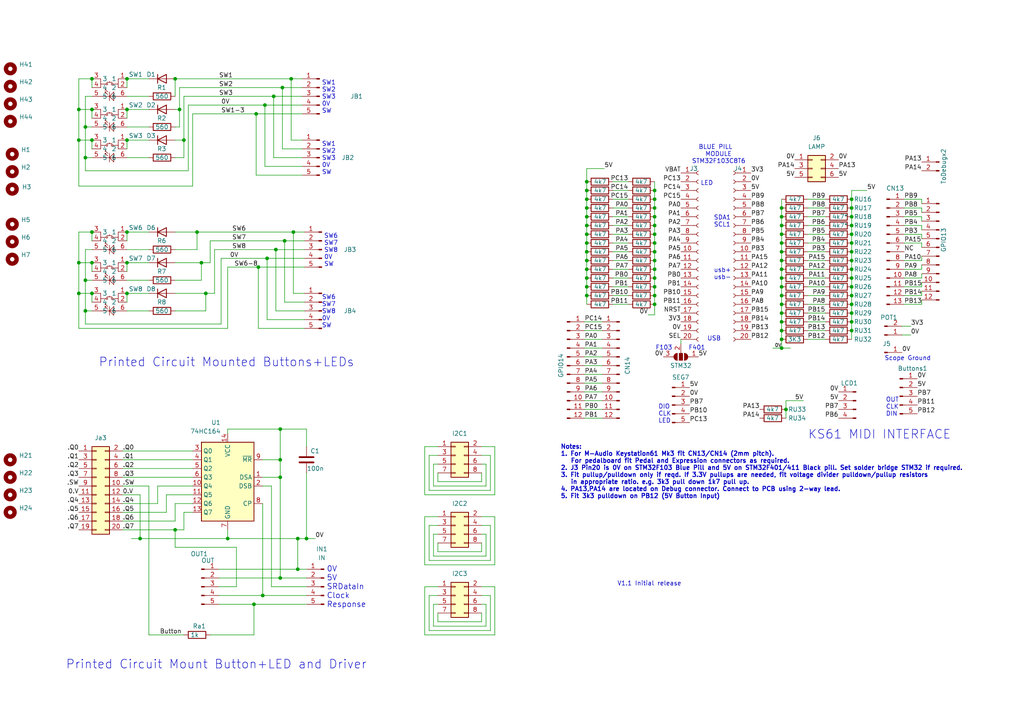
<source format=kicad_sch>
(kicad_sch (version 20211123) (generator eeschema)
  (paper "A4")
  (junction (at 170.18 67.945))
  (junction (at 50.8 153.67))
  (junction (at 247.015 83.185))
  (junction (at 81.28 167.64))
  (junction (at 189.865 55.245))
  (junction (at 226.695 90.805))
  (junction (at 189.865 75.565))
  (junction (at 170.18 57.785))
  (junction (at 170.18 55.245))
  (junction (at 226.695 100.965))
  (junction (at 79.375 27.94))
  (junction (at 86.36 165.1))
  (junction (at 36.83 85.09))
  (junction (at 189.865 67.945))
  (junction (at 81.28 138.43))
  (junction (at 26.67 67.31))
  (junction (at 59.69 85.09))
  (junction (at 26.67 40.64))
  (junction (at 88.9 156.21))
  (junction (at 227.965 118.745))
  (junction (at 247.015 70.485))
  (junction (at 226.695 62.865))
  (junction (at 189.865 83.185))
  (junction (at 26.67 85.09))
  (junction (at 36.83 76.2))
  (junction (at 81.915 25.4))
  (junction (at 170.18 75.565))
  (junction (at 170.18 83.185))
  (junction (at 226.695 80.645))
  (junction (at 247.015 75.565))
  (junction (at 170.18 78.105))
  (junction (at 226.695 67.945))
  (junction (at 24.765 90.17))
  (junction (at 226.695 60.325))
  (junction (at 76.2 172.72))
  (junction (at 84.455 22.86))
  (junction (at 247.015 78.105))
  (junction (at 226.695 75.565))
  (junction (at 189.865 62.865))
  (junction (at 247.015 65.405))
  (junction (at 247.015 90.805))
  (junction (at 247.015 93.345))
  (junction (at 52.07 31.75))
  (junction (at 26.67 31.75))
  (junction (at 189.865 78.105))
  (junction (at 26.67 76.2))
  (junction (at 22.86 40.64))
  (junction (at 22.86 85.09))
  (junction (at 189.865 80.645))
  (junction (at 247.015 57.785))
  (junction (at 66.04 156.21))
  (junction (at 40.64 156.21))
  (junction (at 74.295 33.02))
  (junction (at 189.865 88.265))
  (junction (at 24.765 36.83))
  (junction (at 226.695 95.885))
  (junction (at 77.47 74.93))
  (junction (at 73.66 175.26))
  (junction (at 81.28 133.35))
  (junction (at 24.765 45.72))
  (junction (at 247.015 95.885))
  (junction (at 189.865 65.405))
  (junction (at 57.15 67.31))
  (junction (at 74.93 77.47))
  (junction (at 80.01 72.39))
  (junction (at 36.83 40.64))
  (junction (at 226.695 65.405))
  (junction (at 189.865 60.325))
  (junction (at 36.83 67.31))
  (junction (at 170.18 60.325))
  (junction (at 226.695 83.185))
  (junction (at 76.835 30.48))
  (junction (at 226.695 70.485))
  (junction (at 170.18 85.725))
  (junction (at 247.015 67.945))
  (junction (at 189.865 73.025))
  (junction (at 170.18 73.025))
  (junction (at 247.015 85.725))
  (junction (at 36.83 31.75))
  (junction (at 36.83 22.86))
  (junction (at 85.09 67.31))
  (junction (at 170.18 52.705))
  (junction (at 226.695 85.725))
  (junction (at 247.015 62.865))
  (junction (at 189.865 70.485))
  (junction (at 170.18 80.645))
  (junction (at 81.28 124.46))
  (junction (at 247.015 60.325))
  (junction (at 50.8 22.86))
  (junction (at 226.695 88.265))
  (junction (at 58.42 76.2))
  (junction (at 170.18 65.405))
  (junction (at 53.34 40.64))
  (junction (at 189.865 57.785))
  (junction (at 86.36 156.21))
  (junction (at 247.015 80.645))
  (junction (at 247.015 73.025))
  (junction (at 226.695 93.345))
  (junction (at 189.865 85.725))
  (junction (at 226.695 73.025))
  (junction (at 170.18 70.485))
  (junction (at 82.55 69.85))
  (junction (at 226.695 98.425))
  (junction (at 24.765 81.28))
  (junction (at 26.67 22.86))
  (junction (at 22.86 76.2))
  (junction (at 226.695 78.105))
  (junction (at 22.86 31.75))
  (junction (at 247.015 88.265))
  (junction (at 170.18 62.865))
  (wire (pts (xy 247.015 65.405) (xy 247.015 67.945)))
  (wire (pts (xy 123.19 184.15) (xy 143.51 184.15)))
  (wire (pts (xy 88.265 92.71) (xy 77.47 92.71)))
  (wire (pts (xy 127 134.62) (xy 125.73 134.62)))
  (wire (pts (xy 182.245 55.245) (xy 177.8 55.245)))
  (wire (pts (xy 87.63 43.18) (xy 81.915 43.18)))
  (wire (pts (xy 63.5 172.72) (xy 76.2 172.72)))
  (wire (pts (xy 36.83 36.83) (xy 43.18 36.83)))
  (wire (pts (xy 247.015 93.345) (xy 247.015 95.885)))
  (wire (pts (xy 124.46 182.88) (xy 142.24 182.88)))
  (wire (pts (xy 24.765 81.28) (xy 26.67 81.28)))
  (wire (pts (xy 52.07 25.4) (xy 81.915 25.4)))
  (wire (pts (xy 68.58 158.75) (xy 68.58 170.18)))
  (wire (pts (xy 36.83 81.28) (xy 43.18 81.28)))
  (wire (pts (xy 22.86 76.2) (xy 26.67 76.2)))
  (wire (pts (xy 267.335 83.185) (xy 267.335 81.915)))
  (wire (pts (xy 262.255 78.105) (xy 267.335 78.105)))
  (wire (pts (xy 55.88 33.02) (xy 55.88 53.975)))
  (wire (pts (xy 22.86 85.09) (xy 26.67 85.09)))
  (wire (pts (xy 66.04 125.73) (xy 66.04 124.46)))
  (wire (pts (xy 81.915 25.4) (xy 81.915 43.18)))
  (wire (pts (xy 234.315 90.805) (xy 239.395 90.805)))
  (wire (pts (xy 54.61 30.48) (xy 54.61 49.53)))
  (wire (pts (xy 76.2 140.97) (xy 78.74 140.97)))
  (wire (pts (xy 142.24 152.4) (xy 139.7 152.4)))
  (wire (pts (xy 233.045 116.205) (xy 227.965 116.205)))
  (wire (pts (xy 226.695 83.185) (xy 226.695 85.725)))
  (wire (pts (xy 170.18 60.325) (xy 170.18 62.865)))
  (wire (pts (xy 247.015 62.865) (xy 247.015 65.405)))
  (wire (pts (xy 55.88 146.05) (xy 50.8 146.05)))
  (wire (pts (xy 124.46 132.08) (xy 124.46 142.24)))
  (wire (pts (xy 86.36 165.1) (xy 88.9 165.1)))
  (wire (pts (xy 261.62 97.155) (xy 264.16 97.155)))
  (wire (pts (xy 226.695 85.725) (xy 226.695 88.265)))
  (wire (pts (xy 26.67 22.86) (xy 26.67 25.4)))
  (wire (pts (xy 247.015 57.785) (xy 247.015 60.325)))
  (wire (pts (xy 125.73 134.62) (xy 125.73 140.97)))
  (wire (pts (xy 247.015 60.325) (xy 247.015 62.865)))
  (wire (pts (xy 140.97 140.97) (xy 140.97 134.62)))
  (wire (pts (xy 35.56 130.81) (xy 55.88 130.81)))
  (wire (pts (xy 54.61 30.48) (xy 76.835 30.48)))
  (wire (pts (xy 139.7 139.7) (xy 139.7 137.16)))
  (wire (pts (xy 170.18 65.405) (xy 170.18 67.945)))
  (wire (pts (xy 66.04 77.47) (xy 74.93 77.47)))
  (wire (pts (xy 62.23 85.09) (xy 62.23 72.39)))
  (wire (pts (xy 35.56 138.43) (xy 55.88 138.43)))
  (wire (pts (xy 50.8 31.75) (xy 52.07 31.75)))
  (wire (pts (xy 262.255 62.865) (xy 267.335 62.865)))
  (wire (pts (xy 36.83 27.94) (xy 43.18 27.94)))
  (wire (pts (xy 234.315 73.025) (xy 239.395 73.025)))
  (wire (pts (xy 36.83 31.75) (xy 43.18 31.75)))
  (wire (pts (xy 27.305 31.75) (xy 26.67 31.75)))
  (wire (pts (xy 262.255 60.325) (xy 267.335 60.325)))
  (wire (pts (xy 226.695 100.965) (xy 229.235 100.965)))
  (wire (pts (xy 74.93 95.25) (xy 74.93 77.47)))
  (wire (pts (xy 227.965 116.205) (xy 227.965 118.745)))
  (wire (pts (xy 123.19 129.54) (xy 123.19 143.51)))
  (wire (pts (xy 36.83 76.2) (xy 43.18 76.2)))
  (wire (pts (xy 226.695 95.885) (xy 226.695 98.425)))
  (wire (pts (xy 139.7 160.02) (xy 139.7 157.48)))
  (wire (pts (xy 169.545 100.965) (xy 174.625 100.965)))
  (wire (pts (xy 234.315 78.105) (xy 239.395 78.105)))
  (wire (pts (xy 182.245 62.865) (xy 177.8 62.865)))
  (wire (pts (xy 140.97 161.29) (xy 140.97 154.94)))
  (wire (pts (xy 189.865 75.565) (xy 189.865 78.105)))
  (wire (pts (xy 262.255 85.725) (xy 267.335 85.725)))
  (wire (pts (xy 74.295 33.02) (xy 87.63 33.02)))
  (wire (pts (xy 22.86 53.975) (xy 22.86 40.64)))
  (wire (pts (xy 189.865 65.405) (xy 189.865 67.945)))
  (wire (pts (xy 226.695 73.025) (xy 226.695 75.565)))
  (wire (pts (xy 189.865 73.025) (xy 189.865 75.565)))
  (wire (pts (xy 226.695 65.405) (xy 226.695 67.945)))
  (wire (pts (xy 262.255 67.945) (xy 267.335 67.945)))
  (wire (pts (xy 142.24 182.88) (xy 142.24 172.72)))
  (wire (pts (xy 127 149.86) (xy 123.19 149.86)))
  (wire (pts (xy 40.64 156.21) (xy 38.1 156.21)))
  (wire (pts (xy 60.96 69.85) (xy 60.96 76.2)))
  (wire (pts (xy 76.2 172.72) (xy 88.9 172.72)))
  (wire (pts (xy 234.315 93.345) (xy 239.395 93.345)))
  (wire (pts (xy 52.07 25.4) (xy 52.07 31.75)))
  (wire (pts (xy 143.51 143.51) (xy 143.51 129.54)))
  (wire (pts (xy 22.86 31.75) (xy 22.86 40.64)))
  (wire (pts (xy 182.245 70.485) (xy 177.8 70.485)))
  (wire (pts (xy 35.56 146.05) (xy 45.72 146.05)))
  (wire (pts (xy 247.015 67.945) (xy 247.015 70.485)))
  (wire (pts (xy 169.545 111.125) (xy 174.625 111.125)))
  (wire (pts (xy 24.765 90.17) (xy 24.765 93.98)))
  (wire (pts (xy 88.265 90.17) (xy 80.01 90.17)))
  (wire (pts (xy 81.28 133.35) (xy 81.28 138.43)))
  (wire (pts (xy 124.46 162.56) (xy 142.24 162.56)))
  (wire (pts (xy 226.695 98.425) (xy 226.695 100.965)))
  (wire (pts (xy 189.865 60.325) (xy 189.865 62.865)))
  (wire (pts (xy 58.42 76.2) (xy 60.96 76.2)))
  (wire (pts (xy 35.56 140.97) (xy 43.18 140.97)))
  (wire (pts (xy 140.97 134.62) (xy 139.7 134.62)))
  (wire (pts (xy 182.245 57.785) (xy 177.8 57.785)))
  (wire (pts (xy 189.865 85.725) (xy 189.865 88.265)))
  (wire (pts (xy 267.335 60.325) (xy 267.335 61.595)))
  (wire (pts (xy 50.8 76.2) (xy 58.42 76.2)))
  (wire (pts (xy 64.135 74.93) (xy 64.135 93.98)))
  (wire (pts (xy 81.915 25.4) (xy 87.63 25.4)))
  (wire (pts (xy 170.18 78.105) (xy 170.18 80.645)))
  (wire (pts (xy 267.335 88.265) (xy 267.335 86.995)))
  (wire (pts (xy 50.8 90.17) (xy 59.69 90.17)))
  (wire (pts (xy 127 180.34) (xy 139.7 180.34)))
  (wire (pts (xy 169.545 118.745) (xy 174.625 118.745)))
  (wire (pts (xy 234.315 80.645) (xy 239.395 80.645)))
  (wire (pts (xy 182.245 67.945) (xy 177.8 67.945)))
  (wire (pts (xy 125.73 140.97) (xy 140.97 140.97)))
  (wire (pts (xy 142.24 162.56) (xy 142.24 152.4)))
  (wire (pts (xy 234.315 62.865) (xy 239.395 62.865)))
  (wire (pts (xy 36.83 90.17) (xy 43.18 90.17)))
  (wire (pts (xy 50.8 153.67) (xy 50.8 158.75)))
  (wire (pts (xy 267.335 67.945) (xy 267.335 69.215)))
  (wire (pts (xy 86.36 156.21) (xy 66.04 156.21)))
  (wire (pts (xy 226.695 62.865) (xy 226.695 65.405)))
  (wire (pts (xy 226.695 60.325) (xy 226.695 62.865)))
  (wire (pts (xy 234.315 57.785) (xy 239.395 57.785)))
  (wire (pts (xy 127 152.4) (xy 124.46 152.4)))
  (wire (pts (xy 234.315 85.725) (xy 239.395 85.725)))
  (wire (pts (xy 36.83 76.2) (xy 36.83 78.74)))
  (wire (pts (xy 22.86 95.25) (xy 66.04 95.25)))
  (wire (pts (xy 189.865 91.313) (xy 187.96 91.313)))
  (wire (pts (xy 143.51 163.83) (xy 143.51 149.86)))
  (wire (pts (xy 50.8 67.31) (xy 57.15 67.31)))
  (wire (pts (xy 170.18 57.785) (xy 170.18 60.325)))
  (wire (pts (xy 182.245 85.725) (xy 177.8 85.725)))
  (wire (pts (xy 26.67 31.75) (xy 22.86 31.75)))
  (wire (pts (xy 48.26 143.51) (xy 55.88 143.51)))
  (wire (pts (xy 79.375 45.72) (xy 79.375 27.94)))
  (wire (pts (xy 182.245 65.405) (xy 177.8 65.405)))
  (wire (pts (xy 189.865 78.105) (xy 189.865 80.645)))
  (wire (pts (xy 88.9 156.21) (xy 86.36 156.21)))
  (wire (pts (xy 169.545 106.045) (xy 174.625 106.045)))
  (wire (pts (xy 26.67 40.64) (xy 26.67 43.18)))
  (wire (pts (xy 262.255 65.405) (xy 267.335 65.405)))
  (wire (pts (xy 224.155 100.965) (xy 226.695 100.965)))
  (wire (pts (xy 226.695 90.805) (xy 226.695 93.345)))
  (wire (pts (xy 53.34 148.59) (xy 53.34 153.67)))
  (wire (pts (xy 170.18 52.705) (xy 170.18 48.895)))
  (wire (pts (xy 234.315 70.485) (xy 239.395 70.485)))
  (wire (pts (xy 267.335 75.565) (xy 267.335 74.295)))
  (wire (pts (xy 182.245 80.645) (xy 177.8 80.645)))
  (wire (pts (xy 35.56 135.89) (xy 55.88 135.89)))
  (wire (pts (xy 170.18 80.645) (xy 170.18 83.185)))
  (wire (pts (xy 40.64 143.51) (xy 40.64 156.21)))
  (wire (pts (xy 82.55 69.85) (xy 60.96 69.85)))
  (wire (pts (xy 88.265 87.63) (xy 82.55 87.63)))
  (wire (pts (xy 57.15 67.31) (xy 85.09 67.31)))
  (wire (pts (xy 127 172.72) (xy 124.46 172.72)))
  (wire (pts (xy 26.67 76.2) (xy 26.67 78.74)))
  (wire (pts (xy 26.67 31.75) (xy 26.67 34.29)))
  (wire (pts (xy 78.74 140.97) (xy 78.74 170.18)))
  (wire (pts (xy 189.865 55.245) (xy 189.865 57.785)))
  (wire (pts (xy 88.9 124.46) (xy 88.9 129.54)))
  (wire (pts (xy 26.67 67.31) (xy 26.67 69.85)))
  (wire (pts (xy 24.765 45.72) (xy 26.67 45.72)))
  (wire (pts (xy 66.04 124.46) (xy 81.28 124.46)))
  (wire (pts (xy 36.83 72.39) (xy 43.18 72.39)))
  (wire (pts (xy 66.04 156.21) (xy 40.64 156.21)))
  (wire (pts (xy 247.015 85.725) (xy 247.015 88.265)))
  (wire (pts (xy 189.865 70.485) (xy 189.865 73.025)))
  (wire (pts (xy 189.865 80.645) (xy 189.865 83.185)))
  (wire (pts (xy 170.18 75.565) (xy 170.18 78.105)))
  (wire (pts (xy 247.015 90.805) (xy 247.015 93.345)))
  (wire (pts (xy 85.09 85.09) (xy 85.09 67.31)))
  (wire (pts (xy 234.315 65.405) (xy 239.395 65.405)))
  (wire (pts (xy 169.545 121.285) (xy 174.625 121.285)))
  (wire (pts (xy 261.62 94.615) (xy 264.16 94.615)))
  (wire (pts (xy 227.965 118.745) (xy 227.965 121.285)))
  (wire (pts (xy 78.74 170.18) (xy 88.9 170.18)))
  (wire (pts (xy 50.8 153.67) (xy 53.34 153.67)))
  (wire (pts (xy 262.255 88.265) (xy 267.335 88.265)))
  (wire (pts (xy 73.66 175.26) (xy 88.9 175.26)))
  (wire (pts (xy 35.56 153.67) (xy 50.8 153.67)))
  (wire (pts (xy 53.34 148.59) (xy 55.88 148.59)))
  (wire (pts (xy 50.8 146.05) (xy 50.8 151.13)))
  (wire (pts (xy 267.335 57.785) (xy 267.335 59.055)))
  (wire (pts (xy 247.015 80.645) (xy 247.015 83.185)))
  (wire (pts (xy 66.04 153.67) (xy 66.04 156.21)))
  (wire (pts (xy 262.255 80.645) (xy 267.335 80.645)))
  (wire (pts (xy 53.34 27.94) (xy 53.34 40.64)))
  (wire (pts (xy 36.83 22.86) (xy 43.18 22.86)))
  (wire (pts (xy 189.865 88.265) (xy 189.865 91.313)))
  (wire (pts (xy 123.19 170.18) (xy 123.19 184.15)))
  (wire (pts (xy 127 129.54) (xy 123.19 129.54)))
  (wire (pts (xy 142.24 132.08) (xy 139.7 132.08)))
  (wire (pts (xy 124.46 172.72) (xy 124.46 182.88)))
  (wire (pts (xy 22.86 67.31) (xy 22.86 76.2)))
  (wire (pts (xy 267.335 62.865) (xy 267.335 64.135)))
  (wire (pts (xy 247.015 55.245) (xy 251.46 55.245)))
  (wire (pts (xy 22.86 85.09) (xy 22.86 95.25)))
  (wire (pts (xy 127 137.16) (xy 127 139.7)))
  (wire (pts (xy 170.18 67.945) (xy 170.18 70.485)))
  (wire (pts (xy 234.315 98.425) (xy 239.395 98.425)))
  (wire (pts (xy 267.335 80.645) (xy 267.335 79.375)))
  (wire (pts (xy 139.7 180.34) (xy 139.7 177.8)))
  (wire (pts (xy 226.695 88.265) (xy 226.695 90.805)))
  (wire (pts (xy 22.86 22.86) (xy 22.86 31.75)))
  (wire (pts (xy 247.015 73.025) (xy 247.015 75.565)))
  (wire (pts (xy 142.24 172.72) (xy 139.7 172.72)))
  (wire (pts (xy 226.695 57.785) (xy 226.695 60.325)))
  (wire (pts (xy 36.83 85.09) (xy 43.18 85.09)))
  (wire (pts (xy 127 154.94) (xy 125.73 154.94)))
  (wire (pts (xy 169.545 103.505) (xy 174.625 103.505)))
  (wire (pts (xy 169.545 98.425) (xy 174.625 98.425)))
  (wire (pts (xy 26.67 22.86) (xy 22.86 22.86)))
  (wire (pts (xy 170.18 83.185) (xy 170.18 85.725)))
  (wire (pts (xy 87.63 45.72) (xy 79.375 45.72)))
  (wire (pts (xy 63.5 167.64) (xy 81.28 167.64)))
  (wire (pts (xy 247.015 70.485) (xy 247.015 73.025)))
  (wire (pts (xy 125.73 175.26) (xy 125.73 181.61)))
  (wire (pts (xy 124.46 152.4) (xy 124.46 162.56)))
  (wire (pts (xy 247.015 75.565) (xy 247.015 78.105)))
  (wire (pts (xy 62.23 72.39) (xy 80.01 72.39)))
  (wire (pts (xy 226.695 70.485) (xy 226.695 73.025)))
  (wire (pts (xy 88.265 85.09) (xy 85.09 85.09)))
  (wire (pts (xy 140.97 175.26) (xy 139.7 175.26)))
  (wire (pts (xy 24.765 90.17) (xy 24.765 81.28)))
  (wire (pts (xy 226.695 75.565) (xy 226.695 78.105)))
  (wire (pts (xy 182.245 83.185) (xy 177.8 83.185)))
  (wire (pts (xy 24.765 81.28) (xy 24.765 72.39)))
  (wire (pts (xy 267.335 78.105) (xy 267.335 76.835)))
  (wire (pts (xy 234.315 88.265) (xy 239.395 88.265)))
  (wire (pts (xy 247.015 88.265) (xy 247.015 90.805)))
  (wire (pts (xy 74.295 50.8) (xy 74.295 33.02)))
  (wire (pts (xy 234.315 60.325) (xy 239.395 60.325)))
  (wire (pts (xy 73.66 184.15) (xy 60.96 184.15)))
  (wire (pts (xy 88.9 137.16) (xy 88.9 156.21)))
  (wire (pts (xy 63.5 165.1) (xy 86.36 165.1)))
  (wire (pts (xy 91.44 156.21) (xy 88.9 156.21)))
  (wire (pts (xy 262.255 70.485) (xy 267.335 70.485)))
  (wire (pts (xy 247.015 78.105) (xy 247.015 80.645)))
  (wire (pts (xy 45.72 140.97) (xy 45.72 146.05)))
  (wire (pts (xy 262.255 57.785) (xy 267.335 57.785)))
  (wire (pts (xy 24.765 93.98) (xy 64.135 93.98)))
  (wire (pts (xy 197.485 98.425) (xy 197.485 99.695)))
  (wire (pts (xy 143.51 170.18) (xy 139.7 170.18)))
  (wire (pts (xy 267.335 85.725) (xy 267.335 84.455)))
  (wire (pts (xy 140.97 181.61) (xy 140.97 175.26)))
  (wire (pts (xy 170.18 62.865) (xy 170.18 65.405)))
  (wire (pts (xy 140.97 154.94) (xy 139.7 154.94)))
  (wire (pts (xy 189.865 57.785) (xy 189.865 60.325)))
  (wire (pts (xy 50.8 158.75) (xy 68.58 158.75)))
  (wire (pts (xy 267.335 65.405) (xy 267.335 66.675)))
  (wire (pts (xy 125.73 161.29) (xy 140.97 161.29)))
  (wire (pts (xy 226.695 67.945) (xy 226.695 70.485)))
  (wire (pts (xy 226.695 93.345) (xy 226.695 95.885)))
  (wire (pts (xy 22.86 40.64) (xy 26.67 40.64)))
  (wire (pts (xy 35.56 143.51) (xy 40.64 143.51)))
  (wire (pts (xy 234.315 95.885) (xy 239.395 95.885)))
  (wire (pts (xy 50.8 36.83) (xy 52.07 36.83)))
  (wire (pts (xy 182.245 73.025) (xy 177.8 73.025)))
  (wire (pts (xy 247.015 95.885) (xy 247.015 98.425)))
  (wire (pts (xy 182.245 75.565) (xy 177.8 75.565)))
  (wire (pts (xy 80.01 72.39) (xy 88.265 72.39)))
  (wire (pts (xy 226.695 80.645) (xy 226.695 83.185)))
  (wire (pts (xy 142.24 142.24) (xy 142.24 132.08)))
  (wire (pts (xy 76.2 138.43) (xy 81.28 138.43)))
  (wire (pts (xy 170.18 73.025) (xy 170.18 75.565)))
  (wire (pts (xy 125.73 181.61) (xy 140.97 181.61)))
  (wire (pts (xy 143.51 184.15) (xy 143.51 170.18)))
  (wire (pts (xy 62.23 85.09) (xy 59.69 85.09)))
  (wire (pts (xy 125.73 154.94) (xy 125.73 161.29)))
  (wire (pts (xy 84.455 40.64) (xy 84.455 22.86)))
  (wire (pts (xy 81.28 167.64) (xy 88.9 167.64)))
  (wire (pts (xy 24.765 27.94) (xy 26.67 27.94)))
  (wire (pts (xy 26.67 85.09) (xy 26.67 87.63)))
  (wire (pts (xy 170.18 52.705) (xy 170.18 55.245)))
  (wire (pts (xy 124.46 142.24) (xy 142.24 142.24)))
  (wire (pts (xy 169.545 108.585) (xy 174.625 108.585)))
  (wire (pts (xy 85.09 67.31) (xy 88.265 67.31)))
  (wire (pts (xy 262.255 75.565) (xy 267.335 75.565)))
  (wire (pts (xy 36.83 22.86) (xy 36.83 25.4)))
  (wire (pts (xy 36.83 40.64) (xy 43.18 40.64)))
  (wire (pts (xy 50.8 22.86) (xy 50.8 27.94)))
  (wire (pts (xy 170.18 70.485) (xy 170.18 73.025)))
  (wire (pts (xy 76.2 146.05) (xy 76.2 172.72)))
  (wire (pts (xy 169.545 95.885) (xy 174.625 95.885)))
  (wire (pts (xy 74.93 77.47) (xy 88.265 77.47)))
  (wire (pts (xy 247.015 83.185) (xy 247.015 85.725)))
  (wire (pts (xy 182.245 52.705) (xy 177.8 52.705)))
  (wire (pts (xy 79.375 27.94) (xy 87.63 27.94)))
  (wire (pts (xy 35.56 133.35) (xy 55.88 133.35)))
  (wire (pts (xy 86.36 156.21) (xy 86.36 165.1)))
  (wire (pts (xy 143.51 149.86) (xy 139.7 149.86)))
  (wire (pts (xy 189.865 52.705) (xy 189.865 55.245)))
  (wire (pts (xy 127 132.08) (xy 124.46 132.08)))
  (wire (pts (xy 82.55 69.85) (xy 82.55 87.63)))
  (wire (pts (xy 234.315 67.945) (xy 239.395 67.945)))
  (wire (pts (xy 81.28 138.43) (xy 81.28 167.64)))
  (wire (pts (xy 77.47 92.71) (xy 77.47 74.93)))
  (wire (pts (xy 127 177.8) (xy 127 180.34)))
  (wire (pts (xy 58.42 81.28) (xy 58.42 76.2)))
  (wire (pts (xy 81.28 124.46) (xy 81.28 133.35)))
  (wire (pts (xy 50.8 40.64) (xy 53.34 40.64)))
  (wire (pts (xy 36.83 67.31) (xy 43.18 67.31)))
  (wire (pts (xy 189.865 83.185) (xy 189.865 85.725)))
  (wire (pts (xy 226.695 78.105) (xy 226.695 80.645)))
  (wire (pts (xy 53.34 27.94) (xy 79.375 27.94)))
  (wire (pts (xy 36.83 31.75) (xy 36.83 34.29)))
  (wire (pts (xy 170.18 55.245) (xy 170.18 57.785)))
  (wire (pts (xy 24.765 72.39) (xy 26.67 72.39)))
  (wire (pts (xy 36.83 85.09) (xy 36.83 87.63)))
  (wire (pts (xy 50.8 45.72) (xy 53.34 45.72)))
  (wire (pts (xy 87.63 40.64) (xy 84.455 40.64)))
  (wire (pts (xy 35.56 148.59) (xy 48.26 148.59)))
  (wire (pts (xy 59.69 85.09) (xy 59.69 90.17)))
  (wire (pts (xy 57.15 67.31) (xy 57.15 72.39)))
  (wire (pts (xy 22.86 76.2) (xy 22.86 85.09)))
  (wire (pts (xy 50.8 85.09) (xy 59.69 85.09)))
  (wire (pts (xy 50.8 81.28) (xy 58.42 81.28)))
  (wire (pts (xy 36.83 67.31) (xy 36.83 69.85)))
  (wire (pts (xy 123.19 143.51) (xy 143.51 143.51)))
  (wire (pts (xy 189.865 67.945) (xy 189.865 70.485)))
  (wire (pts (xy 170.18 48.895) (xy 175.26 48.895)))
  (wire (pts (xy 50.8 72.39) (xy 57.15 72.39)))
  (wire (pts (xy 43.18 184.15) (xy 53.34 184.15)))
  (wire (pts (xy 80.01 90.17) (xy 80.01 72.39)))
  (wire (pts (xy 143.51 129.54) (xy 139.7 129.54)))
  (wire (pts (xy 247.015 55.245) (xy 247.015 57.785)))
  (wire (pts (xy 127 170.18) (xy 123.19 170.18)))
  (wire (pts (xy 189.865 62.865) (xy 189.865 65.405)))
  (wire (pts (xy 77.47 74.93) (xy 64.135 74.93)))
  (wire (pts (xy 68.58 170.18) (xy 63.5 170.18)))
  (wire (pts (xy 53.34 40.64) (xy 53.34 45.72)))
  (wire (pts (xy 127 175.26) (xy 125.73 175.26)))
  (wire (pts (xy 87.63 48.26) (xy 76.835 48.26)))
  (wire (pts (xy 50.8 22.86) (xy 84.455 22.86)))
  (wire (pts (xy 66.04 95.25) (xy 66.04 77.47)))
  (wire (pts (xy 55.88 33.02) (xy 74.295 33.02)))
  (wire (pts (xy 48.26 143.51) (xy 48.26 148.59)))
  (wire (pts (xy 24.765 90.17) (xy 26.67 90.17)))
  (wire (pts (xy 52.07 31.75) (xy 52.07 36.83)))
  (wire (pts (xy 234.315 75.565) (xy 239.395 75.565)))
  (wire (pts (xy 123.19 149.86) (xy 123.19 163.83)))
  (wire (pts (xy 73.66 175.26) (xy 73.66 184.15)))
  (wire (pts (xy 24.765 49.53) (xy 24.765 45.72)))
  (wire (pts (xy 267.335 70.485) (xy 267.335 71.755)))
  (wire (pts (xy 63.5 175.26) (xy 73.66 175.26)))
  (wire (pts (xy 54.61 49.53) (xy 24.765 49.53)))
  (wire (pts (xy 127 157.48) (xy 127 160.02)))
  (wire (pts (xy 45.72 140.97) (xy 55.88 140.97)))
  (wire (pts (xy 76.835 48.26) (xy 76.835 30.48)))
  (wire (pts (xy 24.765 36.83) (xy 26.67 36.83)))
  (wire (pts (xy 262.255 83.185) (xy 267.335 83.185)))
  (wire (pts (xy 182.245 60.325) (xy 177.8 60.325)))
  (wire (pts (xy 24.765 45.72) (xy 24.765 36.83)))
  (wire (pts (xy 35.56 151.13) (xy 50.8 151.13)))
  (wire (pts (xy 24.765 36.83) (xy 24.765 27.94)))
  (wire (pts (xy 76.835 30.48) (xy 87.63 30.48)))
  (wire (pts (xy 169.545 113.665) (xy 174.625 113.665)))
  (wire (pts (xy 88.265 69.85) (xy 82.55 69.85)))
  (wire (pts (xy 36.83 45.72) (xy 43.18 45.72)))
  (wire (pts (xy 169.545 116.205) (xy 174.625 116.205)))
  (wire (pts (xy 74.93 95.25) (xy 88.265 95.25)))
  (wire (pts (xy 43.18 140.97) (xy 43.18 184.15)))
  (wire (pts (xy 88.265 74.93) (xy 77.47 74.93)))
  (wire (pts (xy 74.295 50.8) (xy 87.63 50.8)))
  (wire (pts (xy 55.88 53.975) (xy 22.86 53.975)))
  (wire (pts (xy 170.18 85.725) (xy 170.18 88.265)))
  (wire (pts (xy 169.545 93.345) (xy 174.625 93.345)))
  (wire (pts (xy 84.455 22.86) (xy 87.63 22.86)))
  (wire (pts (xy 182.245 88.265) (xy 177.8 88.265)))
  (wire (pts (xy 36.83 40.64) (xy 36.83 43.18)))
  (wire (pts (xy 81.28 124.46) (xy 88.9 124.46)))
  (wire (pts (xy 127 139.7) (xy 139.7 139.7)))
  (wire (pts (xy 123.19 163.83) (xy 143.51 163.83)))
  (wire (pts (xy 22.86 67.31) (xy 26.67 67.31)))
  (wire (pts (xy 234.315 83.185) (xy 239.395 83.185)))
  (wire (pts (xy 127 160.02) (xy 139.7 160.02)))
  (wire (pts (xy 76.2 133.35) (xy 81.28 133.35)))
  (wire (pts (xy 182.245 78.105) (xy 177.8 78.105)))
  (text "Printed Circuit Mount Button+LED and Driver" (at 19.05 194.31 0) (effects (font (size 2.54 2.54)) (justify left bottom)))
  (text "  BLUE PILL\n    MODULE\nSTM32F103C8T6" (at 200.66 47.625 0) (effects (font (size 1.27 1.27)) (justify left bottom)))
  (text "Scope Ground" (at 256.54 104.775 0) (effects (font (size 1.27 1.27)) (justify left bottom)))
  (text "usb+\nusb-" (at 207.01 81.28 0) (effects (font (size 1.27 1.27)) (justify left bottom)))
  (text "V1.1 Initial release\n     " (at 179.0192 172.1612 0) (effects (font (size 1.27 1.27)) (justify left bottom)))
  (text "OUT\nCLK\nDIN" (at 256.921 120.904 0) (effects (font (size 1.27 1.27)) (justify left bottom)))
  (text "Printed Circuit Mounted Buttons+LEDs" (at 28.575 106.68 0) (effects (font (size 2.54 2.54)) (justify left bottom)))
  (text "SW1\nSW2\nSW3\n0V\nSW" (at 93.345 33.02 0) (effects (font (size 1.27 1.27)) (justify left bottom)))
  (text "SDA1\nSCL1" (at 207.01 66.04 0) (effects (font (size 1.27 1.27)) (justify left bottom)))
  (text "USB" (at 205.105 99.06 0) (effects (font (size 1.27 1.27)) (justify left bottom)))
  (text "Notes:\n1. For M-Audio Keystation61 Mk3 fit CN13/CN14 (2mm pitch). \n   For pedalboard fit Pedal and Expression connectors as required.\n2. J3 Pin20 is 0V on STM32F103 Blue Pill and 5V on STM32F401/411 Black pill. Set solder bridge STM32 if required.\n3. Fit pullup/pulldown only if reqd. If 3.3V pullups are needed, fit voltage divider pulldown/pullup resistors\n   in appropriate ratio. e.g. 3k3 pull down 1k7 pull up.\n4. PA13,PA14 are located on Debug connector. Connect to PCB using 2-way lead.\n5. Fit 3k3 pulldown on PB12 (5V Button Input)" (at 162.56 144.78 0) (effects (font (size 1.27 1.27) (thickness 0.254) bold) (justify left bottom)))
  (text "0V\n5V\nSRDataIn\nClock\nResponse" (at 94.742 176.403 0) (effects (font (size 1.6 1.6)) (justify left bottom)))
  (text "DIO\nCLK\nLED" (at 190.9318 122.9106 0) (effects (font (size 1.27 1.27)) (justify left bottom)))
  (text "KS61 MIDI INTERFACE" (at 234.315 127.635 0) (effects (font (size 2.54 2.54)) (justify left bottom)))
  (text "LED" (at 203.2 53.975 0) (effects (font (size 1.27 1.27)) (justify left bottom)))
  (text "SW6\nSW7\nSW8\n0V\nSW" (at 93.98 77.47 0) (effects (font (size 1.27 1.27)) (justify left bottom)))
  (text "SW1\nSW2\nSW3\n0V\nSW" (at 93.345 50.8 0) (effects (font (size 1.27 1.27)) (justify left bottom)))
  (text "F103     F401" (at 190.119 101.727 0) (effects (font (size 1.27 1.27)) (justify left bottom)))
  (text "SW6\nSW7\nSW8\n0V\nSW" (at 93.345 95.25 0) (effects (font (size 1.27 1.27)) (justify left bottom)))
  (label "PA8" (at 217.805 88.265 0))
  (label "SW8" (at 67.31 72.39 0))
  (label "0V" (at 243.205 113.665 180))
  (label "PB9" (at 217.805 57.785 0))
  (label "PA3" (at 197.485 67.945 180))
  (label "PB8" (at 217.805 60.325 0))
  (label "0V" (at 266.065 109.855 0))
  (label "PA9" (at 262.255 78.105 0))
  (label "PA5" (at 182.245 73.025 180))
  (label "PA2" (at 197.485 65.405 180))
  (label ".Q4" (at 35.56 146.05 0))
  (label "PB1" (at 182.245 83.185 180))
  (label ".Q7" (at 22.86 153.67 180))
  (label ".Q5" (at 22.86 148.59 180))
  (label "PB7" (at 266.065 114.935 0))
  (label "PB1" (at 169.545 121.285 0))
  (label ".SW" (at 35.56 140.97 0))
  (label ".Q5" (at 35.56 148.59 0))
  (label "PB15" (at 217.805 90.805 0))
  (label "PB3" (at 262.255 67.945 0))
  (label "PA2" (at 169.545 103.505 0))
  (label "Button" (at 52.705 184.15 180))
  (label "PC14" (at 197.485 55.245 180))
  (label "SW7" (at 67.31 69.85 0))
  (label "0V" (at 226.695 100.965 180) (effects (font (size 1 1))))
  (label "PA1" (at 182.245 62.865 180))
  (label ".Q0" (at 22.86 130.81 180))
  (label ".Q0" (at 35.56 130.81 0))
  (label "0V" (at 187.96 91.313 180))
  (label "5V" (at 175.26 48.895 0))
  (label "PB1" (at 197.485 83.185 180))
  (label "0.V" (at 35.56 143.51 0))
  (label "PA11" (at 239.395 80.645 180))
  (label "PA1" (at 169.545 100.965 0))
  (label "PA13" (at 220.345 118.745 180))
  (label "PB13" (at 217.805 95.885 0))
  (label "PA4" (at 182.245 70.485 180))
  (label "PC14" (at 169.545 93.345 0))
  (label "VBAT" (at 197.485 50.165 180))
  (label "PB15" (at 239.395 90.805 180))
  (label "PA13" (at 267.335 46.99 180))
  (label "0V" (at 66.675 74.93 0))
  (label "PA0" (at 169.545 98.425 0))
  (label "PB3" (at 217.805 73.025 0))
  (label ".Q3" (at 22.86 138.43 180))
  (label "SW6" (at 67.31 67.31 0))
  (label "0V" (at 264.16 97.155 0))
  (label "PB0" (at 182.245 80.645 180))
  (label "PA6" (at 182.245 75.565 180))
  (label "PC15" (at 169.545 95.885 0))
  (label "PA11" (at 217.805 80.645 0))
  (label "PB14" (at 217.805 93.345 0))
  (label "SW1-3" (at 64.135 33.02 0))
  (label "PB12" (at 217.805 98.425 0))
  (label "PB10" (at 200.025 120.015 0))
  (label "PA3" (at 169.545 106.045 0))
  (label "PC13" (at 182.245 52.705 180))
  (label "PA15" (at 239.395 75.565 180))
  (label "0V" (at 192.405 103.505 180))
  (label ".Q6" (at 35.56 151.13 0))
  (label "0V" (at 230.505 46.355 180))
  (label "PA7" (at 169.545 116.205 0))
  (label "5V" (at 230.505 51.435 180))
  (label "PB10" (at 197.485 85.725 180))
  (label "PB11" (at 266.065 117.475 0))
  (label "PA6" (at 169.545 113.665 0))
  (label "PA15" (at 262.255 70.485 0))
  (label "PB9" (at 262.255 57.785 0))
  (label "PA5" (at 169.545 111.125 0))
  (label "PA14" (at 267.335 49.53 180))
  (label "PB11" (at 182.245 88.265 180))
  (label "PB10" (at 182.245 85.725 180))
  (label ".Q1" (at 35.56 133.35 0))
  (label ".Q6" (at 22.86 151.13 180))
  (label "PA14" (at 220.345 121.285 180))
  (label ".Q4" (at 22.86 146.05 180))
  (label "PA1" (at 197.485 62.865 180))
  (label "PA3" (at 182.245 67.945 180))
  (label "5V" (at 243.205 116.205 180))
  (label ".Q3" (at 35.56 138.43 0))
  (label ".Q2" (at 35.56 135.89 0))
  (label "PB5" (at 262.255 62.865 0))
  (label "PA5" (at 197.485 73.025 180))
  (label "SW3" (at 63.5 27.94 0))
  (label "0V" (at 217.805 52.705 0))
  (label "PC15" (at 197.485 57.785 180))
  (label "PC14" (at 182.245 55.245 180))
  (label "PB7" (at 243.205 118.745 180))
  (label "0V" (at 261.62 102.235 0))
  (label "SW1" (at 63.5 22.86 0))
  (label "PB0" (at 169.545 118.745 0))
  (label ".SW" (at 22.86 140.97 180))
  (label "PC13" (at 197.485 52.705 180))
  (label "PA2" (at 182.245 65.405 180))
  (label "PA15" (at 217.805 75.565 0))
  (label "PA7" (at 197.485 78.105 180))
  (label "PB12" (at 239.395 98.425 180))
  (label "3V3" (at 217.805 50.165 0))
  (label "PA0" (at 182.245 60.325 180))
  (label "PB8" (at 262.255 60.325 0))
  (label "PC15" (at 182.245 57.785 180))
  (label "PB5" (at 239.395 67.945 180))
  (label ".Q7" (at 35.56 153.67 0))
  (label "0.V" (at 22.86 143.51 180))
  (label "PB9" (at 239.395 57.785 180))
  (label "NRST" (at 197.485 90.805 180))
  (label "PC13" (at 200.025 122.555 0))
  (label "PA0" (at 197.485 60.325 180))
  (label "PA10" (at 217.805 83.185 0))
  (label "PB6" (at 239.395 65.405 180))
  (label "NC" (at 262.255 73.025 0))
  (label "PB11" (at 197.485 88.265 180))
  (label "PA10" (at 262.255 75.565 0))
  (label "SW6-8" (at 67.945 77.47 0))
  (label "5V" (at 202.565 103.505 0))
  (label "5V" (at 217.805 55.245 0))
  (label "PB14" (at 239.395 93.345 180))
  (label "5V" (at 266.065 112.395 0))
  (label "PB7" (at 239.395 62.865 180))
  (label "PA13" (at 243.205 48.895 0))
  (label ".Q1" (at 22.86 133.35 180))
  (label "PB14" (at 262.255 85.725 0))
  (label "PA8" (at 239.395 88.265 180))
  (label "SEL" (at 197.485 98.425 180))
  (label "PB0" (at 197.485 80.645 180))
  (label "5V" (at 243.205 51.435 0))
  (label "PA6" (at 197.485 75.565 180))
  (label "PB4" (at 239.395 70.485 180))
  (label "PB7" (at 217.805 62.865 0))
  (label "0V" (at 91.44 156.21 0))
  (label "PB4" (at 217.805 70.485 0))
  (label "PA9" (at 239.395 85.725 180))
  (label "PB3" (at 239.395 73.025 180))
  (label "PA8" (at 262.255 80.645 0))
  (label "PA4" (at 169.545 108.585 0))
  (label "SW2" (at 63.5 25.4 0))
  (label "PA14" (at 230.505 48.895 180))
  (label "PB6" (at 243.205 121.285 180))
  (label "PB7" (at 200.025 117.475 0))
  (label "3V3" (at 264.16 94.615 0))
  (label "PB15" (at 262.255 83.185 0))
  (label "PB6" (at 217.805 65.405 0))
  (label "PB5" (at 217.805 67.945 0))
  (label "5V" (at 251.46 55.245 0))
  (label "5V" (at 233.045 116.205 180))
  (label "0V" (at 64.135 30.48 0))
  (label "PA7" (at 182.245 78.105 180))
  (label "PA10" (at 239.395 83.185 180))
  (label "0V" (at 243.205 46.355 0))
  (label "PA12" (at 239.395 78.105 180))
  (label ".Q2" (at 22.86 135.89 180))
  (label "PB8" (at 239.395 60.325 180))
  (label "PA4" (at 197.485 70.485 180))
  (label "PB12" (at 266.065 120.015 0))
  (label "PB13" (at 239.395 95.885 180))
  (label "0V" (at 200.025 114.935 0))
  (label "3V3" (at 197.485 93.345 180))
  (label "5V" (at 200.025 112.395 0))
  (label "0V" (at 197.485 95.885 180))
  (label "PB4" (at 262.255 65.405 0))
  (label "PA12" (at 217.805 78.105 0))
  (label "PB13" (at 262.255 88.265 0))
  (label "PA9" (at 217.805 85.725 0))
  (symbol (lib_id "Device:R") (at 243.205 93.345 270) (mirror x) (unit 1)
    (property "Reference" "RU30" (at 247.65 93.345 90) (effects (justify left)))
    (property "Value" "4k7" (at 241.3 93.345 90) (effects (justify left)))
    (property "Footprint" "Resistor_SMD:R_0805_2012Metric_Pad1.20x1.40mm_HandSolder" (effects hide))
  )
  (symbol (lib_id "Device:R") (at 230.505 57.785 90) (unit 1)
    (property "Reference" "RD16" (effects hide))
    (property "Value" "4k7" (at 232.41 57.785 90) (effects (justify left)))
    (property "Footprint" "Resistor_SMD:R_0805_2012Metric_Pad1.20x1.40mm_HandSolder" (effects hide))
  )
  (symbol (lib_id "Device:R") (at 186.055 62.865 270) (mirror x) (unit 1)
    (property "Reference" "RD5" (effects hide))
    (property "Value" "4k7" (at 184.15 62.865 90) (effects (justify left)))
    (property "Footprint" "Resistor_SMD:R_0805_2012Metric_Pad1.20x1.40mm_HandSolder" (effects hide))
  )
  (symbol (lib_id "Device:R") (at 46.99 27.94 90) (unit 1)
    (property "Reference" "R1" (at 48.26 25.4 90) (effects (justify left)))
    (property "Value" "560" (at 48.895 27.94 90) (effects (justify left)))
    (property "Footprint" "Resistor_SMD:R_0805_2012Metric_Pad1.20x1.40mm_HandSolder" (effects hide))
  )
  (symbol (lib_id "Mechanical:MountingHole") (at 3.0004 25.0393 0) (unit 1)
    (property "Reference" "H42" (at 5.5404 23.7692 0) (effects (justify left)))
    (property "Value" "MountingHole" (effects hide))
    (property "Footprint" "MountingHole:MountingHole_3.2mm_M3" (effects hide))
  )
  (symbol (lib_id "Mechanical:MountingHole") (at 3.555 44.7049 0) (unit 1)
    (property "Reference" "H1" (at 6.095 43.4348 0) (effects (justify left)))
    (property "Value" "MountingHole" (effects hide))
    (property "Footprint" "MountingHole:MountingHole_2.7mm_M2.5" (effects hide))
  )
  (symbol (lib_id "Device:R") (at 173.99 75.565 90) (unit 1)
    (property "Reference" "RU10" (effects hide))
    (property "Value" "4k7" (at 175.895 75.565 90) (effects (justify left)))
    (property "Footprint" "Resistor_SMD:R_0805_2012Metric_Pad1.20x1.40mm_HandSolder" (effects hide))
  )
  (symbol (lib_id "Device:R") (at 230.505 75.565 90) (unit 1)
    (property "Reference" "RD23" (effects hide))
    (property "Value" "4k7" (at 232.41 75.565 90) (effects (justify left)))
    (property "Footprint" "Resistor_SMD:R_0805_2012Metric_Pad1.20x1.40mm_HandSolder" (effects hide))
  )
  (symbol (lib_id "Device:D") (at 46.99 40.64 0) (unit 1)
    (property "Reference" "D3" (at 43.815 39.37 0))
    (property "Value" "1N4148" (effects hide))
    (property "Footprint" "Diode_SMD:D_SOD-123" (effects hide))
  )
  (symbol (lib_id "Device:R") (at 186.055 85.725 270) (mirror x) (unit 1)
    (property "Reference" "RD14" (effects hide))
    (property "Value" "4k7" (at 184.15 85.725 90) (effects (justify left)))
    (property "Footprint" "Resistor_SMD:R_0805_2012Metric_Pad1.20x1.40mm_HandSolder" (effects hide))
  )
  (symbol (lib_id "Device:R") (at 57.15 184.15 270) (mirror x) (unit 1)
    (property "Reference" "Ra1" (at 55.88 181.61 90) (effects (justify left)))
    (property "Value" "1k" (at 55.245 184.15 90) (effects (justify left)))
    (property "Footprint" "Resistor_SMD:R_0805_2012Metric_Pad1.20x1.40mm_HandSolder" (effects hide))
  )
  (symbol (lib_id "Connector:Conn_01x05_Male") (at 93.98 170.18 0) (mirror y) (unit 1)
    (property "Reference" "IN1" (at 93.345 159.258 0))
    (property "Value" "IN" (at 93.345 161.798 0))
    (property "Footprint" "Connector_PinHeader_2.54mm:PinHeader_1x05_P2.54mm_Vertical" (effects hide))
  )
  (symbol (lib_id "Connector_Generic:Conn_02x04_Odd_Even") (at 132.08 172.72 0) (unit 1)
    (property "Reference" "I2C3" (at 133.35 166.37 0))
    (property "Value" "Conn_02x04_Odd_Even" (effects hide))
    (property "Footprint" "Connector_PinHeader_2.54mm:PinHeader_2x04_P2.54mm_Vertical" (effects hide))
  )
  (symbol (lib_id "Connector:Conn_01x12_Male") (at 272.415 71.755 0) (mirror y) (unit 1)
    (property "Reference" "GPIO13" (at 273.685 66.04 90) (effects (justify right)))
    (property "Value" "Conn_01x12_Male" (effects hide))
    (property "Footprint" "Connector_PinHeader_2.54mm:PinHeader_1x12_P2.54mm_Vertical" (effects hide))
  )
  (symbol (lib_id "Connector:Conn_01x05_Male") (at 93.345 72.39 0) (mirror y) (unit 1)
    (property "Reference" "JB3" (at 99.695 72.39 0) (effects (justify right)))
    (property "Value" "Conn_01x05_Male" (effects hide))
    (property "Footprint" "Connector_PinHeader_2.54mm:PinHeader_1x05_P2.54mm_Vertical" (effects hide))
  )
  (symbol (lib_id "Device:R") (at 186.055 52.705 270) (mirror x) (unit 1)
    (property "Reference" "RD1" (effects hide))
    (property "Value" "4k7" (at 184.15 52.705 90) (effects (justify left)))
    (property "Footprint" "Resistor_SMD:R_0805_2012Metric_Pad1.20x1.40mm_HandSolder" (effects hide))
  )
  (symbol (lib_id "Device:R") (at 186.055 83.185 270) (mirror x) (unit 1)
    (property "Reference" "RD13" (effects hide))
    (property "Value" "4k7" (at 184.15 83.185 90) (effects (justify left)))
    (property "Footprint" "Resistor_SMD:R_0805_2012Metric_Pad1.20x1.40mm_HandSolder" (effects hide))
  )
  (symbol (lib_id "Device:R") (at 243.205 88.265 270) (mirror x) (unit 1)
    (property "Reference" "RU28" (at 247.65 88.265 90) (effects (justify left)))
    (property "Value" "4k7" (at 241.3 88.265 90) (effects (justify left)))
    (property "Footprint" "Resistor_SMD:R_0805_2012Metric_Pad1.20x1.40mm_HandSolder" (effects hide))
  )
  (symbol (lib_id "Device:R") (at 243.205 90.805 270) (mirror x) (unit 1)
    (property "Reference" "RU29" (at 247.65 90.805 90) (effects (justify left)))
    (property "Value" "4k7" (at 241.3 90.805 90) (effects (justify left)))
    (property "Footprint" "Resistor_SMD:R_0805_2012Metric_Pad1.20x1.40mm_HandSolder" (effects hide))
  )
  (symbol (lib_id "Mechanical:MountingHole") (at 3.555 75.1849 0) (unit 1)
    (property "Reference" "H7" (at 6.095 73.9148 0) (effects (justify left)))
    (property "Value" "MountingHole" (effects hide))
    (property "Footprint" "MountingHole:MountingHole_2.7mm_M2.5" (effects hide))
  )
  (symbol (lib_id "Mechanical:MountingHole") (at 3.0004 19.9593 0) (unit 1)
    (property "Reference" "H41" (at 5.5404 18.6892 0) (effects (justify left)))
    (property "Value" "MountingHole" (effects hide))
    (property "Footprint" "MountingHole:MountingHole_3.2mm_M3" (effects hide))
  )
  (symbol (lib_id "Device:R") (at 186.055 70.485 270) (mirror x) (unit 1)
    (property "Reference" "RD8" (effects hide))
    (property "Value" "4k7" (at 184.15 70.485 90) (effects (justify left)))
    (property "Footprint" "Resistor_SMD:R_0805_2012Metric_Pad1.20x1.40mm_HandSolder" (effects hide))
  )
  (symbol (lib_id "Connector:Conn_01x02_Male") (at 256.54 97.155 0) (mirror x) (unit 1)
    (property "Reference" "POT1" (at 257.81 92.075 0))
    (property "Value" "Conn_01x02_Male" (effects hide))
    (property "Footprint" "Connector_PinHeader_2.54mm:PinHeader_1x02_P2.54mm_Vertical" (effects hide))
  )
  (symbol (lib_id "Device:R") (at 46.99 45.72 90) (unit 1)
    (property "Reference" "R3" (at 48.26 43.18 90) (effects (justify left)))
    (property "Value" "560" (at 48.895 45.72 90) (effects (justify left)))
    (property "Footprint" "Resistor_SMD:R_0805_2012Metric_Pad1.20x1.40mm_HandSolder" (effects hide))
  )
  (symbol (lib_id "Mechanical:MountingHole") (at 2.9533 148.6061 0) (unit 1)
    (property "Reference" "H24" (at 5.4933 147.336 0) (effects (justify left)))
    (property "Value" "MountingHole" (effects hide))
    (property "Footprint" "MountingHole:MountingHole_3.2mm_M3" (effects hide))
  )
  (symbol (lib_id "Device:R") (at 230.505 80.645 90) (unit 1)
    (property "Reference" "RD25" (effects hide))
    (property "Value" "4k7" (at 232.41 80.645 90) (effects (justify left)))
    (property "Footprint" "Resistor_SMD:R_0805_2012Metric_Pad1.20x1.40mm_HandSolder" (effects hide))
  )
  (symbol (lib_id "Device:R") (at 243.205 95.885 270) (mirror x) (unit 1)
    (property "Reference" "RU31" (at 247.65 95.885 90) (effects (justify left)))
    (property "Value" "4k7" (at 241.3 95.885 90) (effects (justify left)))
    (property "Footprint" "Resistor_SMD:R_0805_2012Metric_Pad1.20x1.40mm_HandSolder" (effects hide))
  )
  (symbol (lib_id "Device:R") (at 230.505 73.025 90) (unit 1)
    (property "Reference" "RD22" (effects hide))
    (property "Value" "4k7" (at 232.41 73.025 90) (effects (justify left)))
    (property "Footprint" "Resistor_SMD:R_0805_2012Metric_Pad1.20x1.40mm_HandSolder" (effects hide))
  )
  (symbol (lib_id "Mechanical:MountingHole") (at 2.9533 143.5261 0) (unit 1)
    (property "Reference" "H23" (at 5.4933 142.256 0) (effects (justify left)))
    (property "Value" "MountingHole" (effects hide))
    (property "Footprint" "MountingHole:MountingHole_3.2mm_M3" (effects hide))
  )
  (symbol (lib_id "Connector:Conn_01x05_Male") (at 260.985 114.935 0) (unit 1)
    (property "Reference" "Buttons1" (at 264.6934 106.8578 0))
    (property "Value" "Conn_01x05_Male" (effects hide))
    (property "Footprint" "Connector_PinHeader_2.54mm:PinHeader_1x05_P2.54mm_Vertical" (effects hide))
  )
  (symbol (lib_id "Device:R") (at 173.99 57.785 90) (unit 1)
    (property "Reference" "RU3" (effects hide))
    (property "Value" "4k7" (at 175.895 57.785 90) (effects (justify left)))
    (property "Footprint" "Resistor_SMD:R_0805_2012Metric_Pad1.20x1.40mm_HandSolder" (effects hide))
  )
  (symbol (lib_id "Device:R") (at 230.505 88.265 90) (unit 1)
    (property "Reference" "RD28" (effects hide))
    (property "Value" "4k7" (at 232.41 88.265 90) (effects (justify left)))
    (property "Footprint" "Resistor_SMD:R_0805_2012Metric_Pad1.20x1.40mm_HandSolder" (effects hide))
  )
  (symbol (lib_id "Device:R") (at 243.205 80.645 270) (mirror x) (unit 1)
    (property "Reference" "RU25" (at 247.65 80.645 90) (effects (justify left)))
    (property "Value" "4k7" (at 241.3 80.645 90) (effects (justify left)))
    (property "Footprint" "Resistor_SMD:R_0805_2012Metric_Pad1.20x1.40mm_HandSolder" (effects hide))
  )
  (symbol (lib_id "Device:R") (at 173.99 62.865 90) (unit 1)
    (property "Reference" "RU5" (effects hide))
    (property "Value" "4k7" (at 175.895 62.865 90) (effects (justify left)))
    (property "Footprint" "Resistor_SMD:R_0805_2012Metric_Pad1.20x1.40mm_HandSolder" (effects hide))
  )
  (symbol (lib_id "Mechanical:MountingHole") (at 3.0004 35.1993 0) (unit 1)
    (property "Reference" "H44" (at 5.5404 33.9292 0) (effects (justify left)))
    (property "Value" "MountingHole" (effects hide))
    (property "Footprint" "MountingHole:MountingHole_3.2mm_M3" (effects hide))
  )
  (symbol (lib_id "Connector:Conn_01x04_Male") (at 248.285 116.205 0) (mirror y) (unit 1)
    (property "Reference" "LCD1" (at 243.84 111.125 0) (effects (justify right)))
    (property "Value" "Conn_01x04_Male" (effects hide))
    (property "Footprint" "Connector_PinHeader_2.54mm:PinHeader_1x04_P2.54mm_Vertical" (effects hide))
  )
  (symbol (lib_id "Device:R") (at 173.99 70.485 90) (unit 1)
    (property "Reference" "RU8" (effects hide))
    (property "Value" "4k7" (at 175.895 70.485 90) (effects (justify left)))
    (property "Footprint" "Resistor_SMD:R_0805_2012Metric_Pad1.20x1.40mm_HandSolder" (effects hide))
  )
  (symbol (lib_id "Device:R") (at 186.055 75.565 270) (mirror x) (unit 1)
    (property "Reference" "RD10" (effects hide))
    (property "Value" "4k7" (at 184.15 75.565 90) (effects (justify left)))
    (property "Footprint" "Resistor_SMD:R_0805_2012Metric_Pad1.20x1.40mm_HandSolder" (effects hide))
  )
  (symbol (lib_id "Device:R") (at 186.055 73.025 270) (mirror x) (unit 1)
    (property "Reference" "RD9" (effects hide))
    (property "Value" "4k7" (at 184.15 73.025 90) (effects (justify left)))
    (property "Footprint" "Resistor_SMD:R_0805_2012Metric_Pad1.20x1.40mm_HandSolder" (effects hide))
  )
  (symbol (lib_id "Device:R") (at 243.205 75.565 270) (mirror x) (unit 1)
    (property "Reference" "RU23" (at 247.65 75.565 90) (effects (justify left)))
    (property "Value" "4k7" (at 241.3 75.565 90) (effects (justify left)))
    (property "Footprint" "Resistor_SMD:R_0805_2012Metric_Pad1.20x1.40mm_HandSolder" (effects hide))
  )
  (symbol (lib_id "Device:R") (at 230.505 70.485 90) (unit 1)
    (property "Reference" "RD21" (effects hide))
    (property "Value" "4k7" (at 232.41 70.485 90) (effects (justify left)))
    (property "Footprint" "Resistor_SMD:R_0805_2012Metric_Pad1.20x1.40mm_HandSolder" (effects hide))
  )
  (symbol (lib_id "Device:R") (at 243.205 73.025 270) (mirror x) (unit 1)
    (property "Reference" "RU22" (at 247.65 73.025 90) (effects (justify left)))
    (property "Value" "4k7" (at 241.3 73.025 90) (effects (justify left)))
    (property "Footprint" "Resistor_SMD:R_0805_2012Metric_Pad1.20x1.40mm_HandSolder" (effects hide))
  )
  (symbol (lib_id "Device:D") (at 46.99 22.86 0) (unit 1)
    (property "Reference" "D1" (at 43.815 21.59 0))
    (property "Value" "1N4148" (effects hide))
    (property "Footprint" "Diode_SMD:D_SOD-123" (effects hide))
  )
  (symbol (lib_id "Device:D") (at 46.99 31.75 0) (unit 1)
    (property "Reference" "D2" (at 43.815 30.48 0))
    (property "Value" "1N4148" (effects hide))
    (property "Footprint" "Diode_SMD:D_SOD-123" (effects hide))
  )
  (symbol (lib_id "Device:R") (at 173.99 73.025 90) (unit 1)
    (property "Reference" "RU9" (effects hide))
    (property "Value" "4k7" (at 175.895 73.025 90) (effects (justify left)))
    (property "Footprint" "Resistor_SMD:R_0805_2012Metric_Pad1.20x1.40mm_HandSolder" (effects hide))
  )
  (symbol (lib_name "SW_TACT_LED_2") (lib_id "New_Library:SW_TACT_LED") (at 31.75 34.29 0) (unit 1)
    (property "Reference" "SW2" (at 39.37 30.48 0))
    (property "Value" "SW_TACT_LED" (effects hide))
    (property "Footprint" "New_Library_fp:TS12_TS27" (effects hide))
  )
  (symbol (lib_id "Mechanical:MountingHole") (at 2.9533 133.3661 0) (unit 1)
    (property "Reference" "H21" (at 5.4933 132.096 0) (effects (justify left)))
    (property "Value" "MountingHole" (effects hide))
    (property "Footprint" "MountingHole:MountingHole_3.2mm_M3" (effects hide))
  )
  (symbol (lib_id "Mechanical:MountingHole") (at 3.0004 30.1193 0) (unit 1)
    (property "Reference" "H43" (at 5.5404 28.8492 0) (effects (justify left)))
    (property "Value" "MountingHole" (effects hide))
    (property "Footprint" "MountingHole:MountingHole_3.2mm_M3" (effects hide))
  )
  (symbol (lib_id "Connector:Conn_01x20_Female") (at 212.725 73.025 0) (mirror y) (unit 1)
    (property "Reference" "J4" (at 215.265 48.895 0) (effects (justify left)))
    (property "Value" "Conn_01x20_Female" (effects hide))
    (property "Footprint" "Connector_PinHeader_2.54mm:PinHeader_1x20_P2.54mm_Vertical" (effects hide))
  )
  (symbol (lib_id "Connector:Conn_01x05_Male") (at 93.345 90.17 0) (mirror y) (unit 1)
    (property "Reference" "JB4" (at 99.695 90.17 0) (effects (justify right)))
    (property "Value" "Conn_01x05_Male" (effects hide))
    (property "Footprint" "Connector_PinHeader_2.54mm:PinHeader_1x05_P2.54mm_Vertical" (effects hide))
  )
  (symbol (lib_id "Mechanical:MountingHole") (at 2.9533 138.4461 0) (unit 1)
    (property "Reference" "H22" (at 5.4933 137.176 0) (effects (justify left)))
    (property "Value" "MountingHole" (effects hide))
    (property "Footprint" "MountingHole:MountingHole_3.2mm_M3" (effects hide))
  )
  (symbol (lib_id "Connector:Conn_01x13_Male") (at 257.175 73.025 0) (unit 1)
    (property "Reference" "CN13" (at 262.255 54.61 0) (effects (justify right)))
    (property "Value" "Conn_01x13_Male" (effects hide))
    (property "Footprint" "Connector_PinHeader_2.00mm:PinHeader_1x13_P2.00mm_Vertical" (effects hide))
  )
  (symbol (lib_id "Device:R") (at 243.205 70.485 270) (mirror x) (unit 1)
    (property "Reference" "RU21" (at 247.65 70.485 90) (effects (justify left)))
    (property "Value" "4k7" (at 241.3 70.485 90) (effects (justify left)))
    (property "Footprint" "Resistor_SMD:R_0805_2012Metric_Pad1.20x1.40mm_HandSolder" (effects hide))
  )
  (symbol (lib_id "Device:R") (at 230.505 60.325 90) (unit 1)
    (property "Reference" "RD17" (effects hide))
    (property "Value" "4k7" (at 232.41 60.325 90) (effects (justify left)))
    (property "Footprint" "Resistor_SMD:R_0805_2012Metric_Pad1.20x1.40mm_HandSolder" (effects hide))
  )
  (symbol (lib_id "Connector:Conn_01x01_Male") (at 256.54 102.235 0) (unit 1)
    (property "Reference" "J5" (at 257.175 99.695 0))
    (property "Value" "Conn_01x01_Male" (effects hide))
    (property "Footprint" "Connector_PinHeader_2.54mm:PinHeader_1x01_P2.54mm_Vertical" (effects hide))
  )
  (symbol (lib_id "Connector:Conn_01x05_Male") (at 92.71 45.72 0) (mirror y) (unit 1)
    (property "Reference" "JB2" (at 99.06 45.72 0) (effects (justify right)))
    (property "Value" "Conn_01x05_Male" (effects hide))
    (property "Footprint" "Connector_PinHeader_2.54mm:PinHeader_1x05_P2.54mm_Vertical" (effects hide))
  )
  (symbol (lib_id "Device:R") (at 230.505 85.725 90) (unit 1)
    (property "Reference" "RD27" (effects hide))
    (property "Value" "4k7" (at 232.41 85.725 90) (effects (justify left)))
    (property "Footprint" "Resistor_SMD:R_0805_2012Metric_Pad1.20x1.40mm_HandSolder" (effects hide))
  )
  (symbol (lib_id "Device:R") (at 186.055 88.265 270) (mirror x) (unit 1)
    (property "Reference" "RD15" (effects hide))
    (property "Value" "4k7" (at 184.15 88.265 90) (effects (justify left)))
    (property "Footprint" "Resistor_SMD:R_0805_2012Metric_Pad1.20x1.40mm_HandSolder" (effects hide))
  )
  (symbol (lib_id "Device:R") (at 230.505 78.105 90) (unit 1)
    (property "Reference" "RD24" (effects hide))
    (property "Value" "4k7" (at 232.41 78.105 90) (effects (justify left)))
    (property "Footprint" "Resistor_SMD:R_0805_2012Metric_Pad1.20x1.40mm_HandSolder" (effects hide))
  )
  (symbol (lib_name "SW_TACT_LED_4") (lib_id "New_Library:SW_TACT_LED") (at 31.75 69.85 0) (unit 1)
    (property "Reference" "SW6" (at 39.37 66.04 0))
    (property "Value" "SW_TACT_LED" (effects hide))
    (property "Footprint" "New_Library_fp:TS12_TS27" (effects hide))
  )
  (symbol (lib_id "Connector:Conn_01x12_Male") (at 164.465 106.045 0) (unit 1)
    (property "Reference" "GPIO14" (at 162.687 102.489 90) (effects (justify right)))
    (property "Value" "Conn_01x12_Male" (effects hide))
    (property "Footprint" "Connector_PinHeader_2.54mm:PinHeader_1x12_P2.54mm_Vertical" (effects hide))
  )
  (symbol (lib_id "Connector_Generic:Conn_02x03_Odd_Even") (at 235.585 48.895 0) (unit 1)
    (property "Reference" "J6" (at 236.855 40.005 0))
    (property "Value" "LAMP" (at 236.855 42.545 0))
    (property "Footprint" "Connector_PinHeader_2.54mm:PinHeader_2x03_P2.54mm_Vertical" (effects hide))
  )
  (symbol (lib_id "Connector:Conn_01x20_Female") (at 202.565 73.025 0) (unit 1)
    (property "Reference" "J3" (at 200.025 48.895 0) (effects (justify left)))
    (property "Value" "Conn_01x20_Female" (effects hide))
    (property "Footprint" "Connector_PinHeader_2.54mm:PinHeader_1x20_P2.54mm_Vertical" (effects hide))
  )
  (symbol (lib_id "Device:R") (at 186.055 65.405 270) (mirror x) (unit 1)
    (property "Reference" "RD6" (effects hide))
    (property "Value" "4k7" (at 184.15 65.405 90) (effects (justify left)))
    (property "Footprint" "Resistor_SMD:R_0805_2012Metric_Pad1.20x1.40mm_HandSolder" (effects hide))
  )
  (symbol (lib_id "Device:R") (at 46.99 36.83 90) (unit 1)
    (property "Reference" "R2" (at 48.26 34.29 90) (effects (justify left)))
    (property "Value" "560" (at 48.895 36.83 90) (effects (justify left)))
    (property "Footprint" "Resistor_SMD:R_0805_2012Metric_Pad1.20x1.40mm_HandSolder" (effects hide))
  )
  (symbol (lib_name "SW_TACT_LED_5") (lib_id "New_Library:SW_TACT_LED") (at 31.75 25.4 0) (unit 1)
    (property "Reference" "SW1" (at 39.37 21.59 0))
    (property "Value" "SW_TACT_LED" (effects hide))
    (property "Footprint" "New_Library_fp:TS12_TS27" (effects hide))
  )
  (symbol (lib_id "Device:R") (at 186.055 80.645 270) (mirror x) (unit 1)
    (property "Reference" "RD12" (effects hide))
    (property "Value" "4k7" (at 184.15 80.645 90) (effects (justify left)))
    (property "Footprint" "Resistor_SMD:R_0805_2012Metric_Pad1.20x1.40mm_HandSolder" (effects hide))
  )
  (symbol (lib_id "Device:D") (at 46.99 85.09 0) (unit 1)
    (property "Reference" "D8" (at 43.815 83.82 0))
    (property "Value" "1N4148" (effects hide))
    (property "Footprint" "Diode_SMD:D_SOD-123" (effects hide))
  )
  (symbol (lib_id "Device:C") (at 88.9 133.35 0) (mirror y) (unit 1)
    (property "Reference" "C1" (at 92.71 130.81 0) (effects (justify left)))
    (property "Value" "100n" (at 93.98 135.89 0) (effects (justify left)))
    (property "Footprint" "Capacitor_SMD:C_0805_2012Metric_Pad1.18x1.45mm_HandSolder" (effects hide))
  )
  (symbol (lib_id "Device:R") (at 230.505 83.185 90) (unit 1)
    (property "Reference" "RD26" (effects hide))
    (property "Value" "4k7" (at 232.41 83.185 90) (effects (justify left)))
    (property "Footprint" "Resistor_SMD:R_0805_2012Metric_Pad1.20x1.40mm_HandSolder" (effects hide))
  )
  (symbol (lib_id "Connector_Generic:Conn_02x10_Odd_Even") (at 27.94 140.97 0) (unit 1)
    (property "Reference" "Ja3" (at 29.21 127 0))
    (property "Value" "Conn_02x10_Odd_Even" (effects hide))
    (property "Footprint" "Connector_PinHeader_2.54mm:PinHeader_2x10_P2.54mm_Vertical" (effects hide))
  )
  (symbol (lib_id "Device:R") (at 186.055 60.325 270) (mirror x) (unit 1)
    (property "Reference" "RD4" (effects hide))
    (property "Value" "4k7" (at 184.15 60.325 90) (effects (justify left)))
    (property "Footprint" "Resistor_SMD:R_0805_2012Metric_Pad1.20x1.40mm_HandSolder" (effects hide))
  )
  (symbol (lib_id "Device:R") (at 186.055 55.245 270) (mirror x) (unit 1)
    (property "Reference" "RD2" (effects hide))
    (property "Value" "4k7" (at 184.15 55.245 90) (effects (justify left)))
    (property "Footprint" "Resistor_SMD:R_0805_2012Metric_Pad1.20x1.40mm_HandSolder" (effects hide))
  )
  (symbol (lib_id "Device:R") (at 230.505 90.805 90) (unit 1)
    (property "Reference" "RD29" (effects hide))
    (property "Value" "4k7" (at 232.41 90.805 90) (effects (justify left)))
    (property "Footprint" "Resistor_SMD:R_0805_2012Metric_Pad1.20x1.40mm_HandSolder" (effects hide))
  )
  (symbol (lib_id "Device:R") (at 243.205 78.105 270) (mirror x) (unit 1)
    (property "Reference" "RU24" (at 247.65 78.105 90) (effects (justify left)))
    (property "Value" "4k7" (at 241.3 78.105 90) (effects (justify left)))
    (property "Footprint" "Resistor_SMD:R_0805_2012Metric_Pad1.20x1.40mm_HandSolder" (effects hide))
  )
  (symbol (lib_id "Device:R") (at 243.205 67.945 270) (mirror x) (unit 1)
    (property "Reference" "RU20" (at 247.65 67.945 90) (effects (justify left)))
    (property "Value" "4k7" (at 241.3 67.945 90) (effects (justify left)))
    (property "Footprint" "Resistor_SMD:R_0805_2012Metric_Pad1.20x1.40mm_HandSolder" (effects hide))
  )
  (symbol (lib_id "Device:R") (at 224.155 121.285 270) (mirror x) (unit 1)
    (property "Reference" "RU34" (at 228.6 121.285 90) (effects (justify left)))
    (property "Value" "4k7" (at 222.25 121.285 90) (effects (justify left)))
    (property "Footprint" "Resistor_SMD:R_0805_2012Metric_Pad1.20x1.40mm_HandSolder" (effects hide))
  )
  (symbol (lib_id "Device:R") (at 173.99 65.405 90) (unit 1)
    (property "Reference" "RU6" (effects hide))
    (property "Value" "4k7" (at 175.895 65.405 90) (effects (justify left)))
    (property "Footprint" "Resistor_SMD:R_0805_2012Metric_Pad1.20x1.40mm_HandSolder" (effects hide))
  )
  (symbol (lib_id "Device:R") (at 173.99 80.645 90) (unit 1)
    (property "Reference" "RU12" (effects hide))
    (property "Value" "4k7" (at 175.895 80.645 90) (effects (justify left)))
    (property "Footprint" "Resistor_SMD:R_0805_2012Metric_Pad1.20x1.40mm_HandSolder" (effects hide))
  )
  (symbol (lib_id "Device:R") (at 243.205 57.785 270) (mirror x) (unit 1)
    (property "Reference" "RU16" (at 247.65 57.785 90) (effects (justify left)))
    (property "Value" "4k7" (at 241.3 57.785 90) (effects (justify left)))
    (property "Footprint" "Resistor_SMD:R_0805_2012Metric_Pad1.20x1.40mm_HandSolder" (effects hide))
  )
  (symbol (lib_id "Device:R") (at 230.505 67.945 90) (unit 1)
    (property "Reference" "RD20" (effects hide))
    (property "Value" "4k7" (at 232.41 67.945 90) (effects (justify left)))
    (property "Footprint" "Resistor_SMD:R_0805_2012Metric_Pad1.20x1.40mm_HandSolder" (effects hide))
  )
  (symbol (lib_id "Device:R") (at 243.205 65.405 270) (mirror x) (unit 1)
    (property "Reference" "RU19" (at 247.65 65.405 90) (effects (justify left)))
    (property "Value" "4k7*" (at 241.3 65.405 90) (effects (justify left)))
    (property "Footprint" "Resistor_SMD:R_0805_2012Metric_Pad1.20x1.40mm_HandSolder" (effects hide))
  )
  (symbol (lib_id "Device:R") (at 243.205 85.725 270) (mirror x) (unit 1)
    (property "Reference" "RU27" (at 247.65 85.725 90) (effects (justify left)))
    (property "Value" "4k7" (at 241.3 85.725 90) (effects (justify left)))
    (property "Footprint" "Resistor_SMD:R_0805_2012Metric_Pad1.20x1.40mm_HandSolder" (effects hide))
  )
  (symbol (lib_id "Device:R") (at 173.99 83.185 90) (unit 1)
    (property "Reference" "RU13" (effects hide))
    (property "Value" "4k7" (at 175.895 83.185 90) (effects (justify left)))
    (property "Footprint" "Resistor_SMD:R_0805_2012Metric_Pad1.20x1.40mm_HandSolder" (effects hide))
  )
  (symbol (lib_id "Device:R") (at 186.055 67.945 270) (mirror x) (unit 1)
    (property "Reference" "RD7" (effects hide))
    (property "Value" "4k7" (at 184.15 67.945 90) (effects (justify left)))
    (property "Footprint" "Resistor_SMD:R_0805_2012Metric_Pad1.20x1.40mm_HandSolder" (effects hide))
  )
  (symbol (lib_id "Device:R") (at 46.99 81.28 90) (unit 1)
    (property "Reference" "R7" (at 48.26 78.74 90) (effects (justify left)))
    (property "Value" "560" (at 48.895 81.28 90) (effects (justify left)))
    (property "Footprint" "Resistor_SMD:R_0805_2012Metric_Pad1.20x1.40mm_HandSolder" (effects hide))
  )
  (symbol (lib_id "Device:D") (at 46.99 76.2 0) (unit 1)
    (property "Reference" "D7" (at 43.815 74.93 0))
    (property "Value" "1N4148" (effects hide))
    (property "Footprint" "Diode_SMD:D_SOD-123" (effects hide))
  )
  (symbol (lib_id "Device:R") (at 230.505 98.425 90) (unit 1)
    (property "Reference" "RD32" (effects hide))
    (property "Value" "3K3" (at 232.41 98.425 90) (effects (justify left)))
    (property "Footprint" "Resistor_SMD:R_0805_2012Metric_Pad1.20x1.40mm_HandSolder" (effects hide))
  )
  (symbol (lib_id "Connector:Conn_01x05_Male") (at 58.42 170.18 0) (unit 1)
    (property "Reference" "OUT1" (at 60.325 160.655 0) (effects (justify right)))
    (property "Value" "OUT" (at 62.23 162.56 0) (effects (justify right)))
    (property "Footprint" "Connector_PinHeader_2.54mm:PinHeader_1x05_P2.54mm_Vertical" (effects hide))
  )
  (symbol (lib_id "Device:R") (at 186.055 78.105 270) (mirror x) (unit 1)
    (property "Reference" "RD11" (effects hide))
    (property "Value" "4k7" (at 184.15 78.105 90) (effects (justify left)))
    (property "Footprint" "Resistor_SMD:R_0805_2012Metric_Pad1.20x1.40mm_HandSolder" (effects hide))
  )
  (symbol (lib_id "Mechanical:MountingHole") (at 3.555 54.8649 0) (unit 1)
    (property "Reference" "H3" (at 6.349 54.2299 0) (effects (justify left)))
    (property "Value" "MountingHole" (effects hide))
    (property "Footprint" "MountingHole:MountingHole_2.7mm_M2.5" (effects hide))
  )
  (symbol (lib_id "Mechanical:MountingHole") (at 3.555 49.7849 0) (unit 1)
    (property "Reference" "H2" (at 6.095 48.5148 0) (effects (justify left)))
    (property "Value" "MountingHole" (effects hide))
    (property "Footprint" "MountingHole:MountingHole_2.7mm_M2.5" (effects hide))
  )
  (symbol (lib_id "Device:R") (at 243.205 60.325 270) (mirror x) (unit 1)
    (property "Reference" "RU17" (at 247.65 60.325 90) (effects (justify left)))
    (property "Value" "4k7" (at 241.3 60.325 90) (effects (justify left)))
    (property "Footprint" "Resistor_SMD:R_0805_2012Metric_Pad1.20x1.40mm_HandSolder" (effects hide))
  )
  (symbol (lib_name "SW_TACT_LED_1") (lib_id "New_Library:SW_TACT_LED") (at 31.75 43.18 0) (unit 1)
    (property "Reference" "SW3" (at 39.37 39.37 0))
    (property "Value" "SW_TACT_LED" (effects hide))
    (property "Footprint" "New_Library_fp:TS12_TS27" (effects hide))
  )
  (symbol (lib_id "Connector:Conn_01x05_Male") (at 194.945 117.475 0) (unit 1)
    (property "Reference" "SEG7" (at 199.9742 109.4232 0) (effects (justify right)))
    (property "Value" "Conn_01x05_Male" (effects hide))
    (property "Footprint" "Connector_PinHeader_2.54mm:PinHeader_1x05_P2.54mm_Vertical" (effects hide))
  )
  (symbol (lib_id "Device:D") (at 46.99 67.31 0) (unit 1)
    (property "Reference" "D6" (at 43.815 66.04 0))
    (property "Value" "1N4148" (effects hide))
    (property "Footprint" "Diode_SMD:D_SOD-123" (effects hide))
  )
  (symbol (lib_name "SW_TACT_LED_3") (lib_id "New_Library:SW_TACT_LED") (at 31.75 87.63 0) (unit 1)
    (property "Reference" "SW8" (at 39.37 83.82 0))
    (property "Value" "SW_TACT_LED" (effects hide))
    (property "Footprint" "New_Library_fp:TS12_TS27" (effects hide))
  )
  (symbol (lib_id "Mechanical:MountingHole") (at 3.555 65.0249 0) (unit 1)
    (property "Reference" "H5" (at 6.095 63.7548 0) (effects (justify left)))
    (property "Value" "MountingHole" (effects hide))
    (property "Footprint" "MountingHole:MountingHole_2.7mm_M2.5" (effects hide))
  )
  (symbol (lib_id "Connector_Generic:Conn_02x04_Odd_Even") (at 132.08 152.4 0) (unit 1)
    (property "Reference" "I2C2" (at 133.35 146.05 0))
    (property "Value" "Conn_02x04_Odd_Even" (effects hide))
    (property "Footprint" "Connector_PinHeader_2.54mm:PinHeader_2x04_P2.54mm_Vertical" (effects hide))
  )
  (symbol (lib_id "Jumper:SolderJumper_3_Open") (at 197.485 103.505 180) (unit 1)
    (property "Reference" "STM32" (at 197.485 106.045 0))
    (property "Value" "SolderJumper_3_Open" (effects hide))
    (property "Footprint" "Jumper:SolderJumper-3_P1.3mm_Open_RoundedPad1.0x1.5mm_NumberLabels" (effects hide))
  )
  (symbol (lib_id "Device:R") (at 243.205 62.865 270) (mirror x) (unit 1)
    (property "Reference" "RU18" (at 247.65 62.865 90) (effects (justify left)))
    (property "Value" "4k7*" (at 241.3 62.865 90) (effects (justify left)))
    (property "Footprint" "Resistor_SMD:R_0805_2012Metric_Pad1.20x1.40mm_HandSolder" (effects hide))
  )
  (symbol (lib_id "Device:R") (at 173.99 85.725 90) (unit 1)
    (property "Reference" "RU14" (effects hide))
    (property "Value" "4k7" (at 175.895 85.725 90) (effects (justify left)))
    (property "Footprint" "Resistor_SMD:R_0805_2012Metric_Pad1.20x1.40mm_HandSolder" (effects hide))
  )
  (symbol (lib_id "Device:R") (at 173.99 78.105 90) (unit 1)
    (property "Reference" "RU11" (effects hide))
    (property "Value" "4k7" (at 175.895 78.105 90) (effects (justify left)))
    (property "Footprint" "Resistor_SMD:R_0805_2012Metric_Pad1.20x1.40mm_HandSolder" (effects hide))
  )
  (symbol (lib_id "Device:R") (at 243.205 83.185 270) (mirror x) (unit 1)
    (property "Reference" "RU26" (at 247.65 83.185 90) (effects (justify left)))
    (property "Value" "4k7" (at 241.3 83.185 90) (effects (justify left)))
    (property "Footprint" "Resistor_SMD:R_0805_2012Metric_Pad1.20x1.40mm_HandSolder" (effects hide))
  )
  (symbol (lib_id "Connector:Conn_01x12_Male") (at 179.705 106.045 0) (mirror y) (unit 1)
    (property "Reference" "CN14" (at 181.991 106.045 90))
    (property "Value" "Conn_01x12_Male" (effects hide))
    (property "Footprint" "Connector_PinHeader_2.00mm:PinHeader_1x12_P2.00mm_Vertical" (effects hide))
  )
  (symbol (lib_id "Device:R") (at 230.505 95.885 90) (unit 1)
    (property "Reference" "RD31" (effects hide))
    (property "Value" "4k7" (at 232.41 95.885 90) (effects (justify left)))
    (property "Footprint" "Resistor_SMD:R_0805_2012Metric_Pad1.20x1.40mm_HandSolder" (effects hide))
  )
  (symbol (lib_id "Device:R") (at 224.155 118.745 270) (mirror x) (unit 1)
    (property "Reference" "RU33" (at 228.6 118.745 90) (effects (justify left)))
    (property "Value" "4k7" (at 222.25 118.745 90) (effects (justify left)))
    (property "Footprint" "Resistor_SMD:R_0805_2012Metric_Pad1.20x1.40mm_HandSolder" (effects hide))
  )
  (symbol (lib_id "Device:R") (at 173.99 52.705 90) (unit 1)
    (property "Reference" "RU1" (effects hide))
    (property "Value" "4k7" (at 175.895 52.705 90) (effects (justify left)))
    (property "Footprint" "Resistor_SMD:R_0805_2012Metric_Pad1.20x1.40mm_HandSolder" (effects hide))
  )
  (symbol (lib_id "Device:R") (at 186.055 57.785 270) (mirror x) (unit 1)
    (property "Reference" "RD3" (effects hide))
    (property "Value" "4k7" (at 184.15 57.785 90) (effects (justify left)))
    (property "Footprint" "Resistor_SMD:R_0805_2012Metric_Pad1.20x1.40mm_HandSolder" (effects hide))
  )
  (symbol (lib_id "Connector:Conn_01x05_Male") (at 92.71 27.94 0) (mirror y) (unit 1)
    (property "Reference" "JB1" (at 101.6 27.9399 0) (effects (justify right)))
    (property "Value" "Conn_01x05_Male" (effects hide))
    (property "Footprint" "Connector_PinHeader_2.54mm:PinHeader_1x05_P2.54mm_Vertical" (effects hide))
  )
  (symbol (lib_id "Device:R") (at 173.99 88.265 90) (unit 1)
    (property "Reference" "RU15" (effects hide))
    (property "Value" "4k7" (at 175.895 88.265 90) (effects (justify left)))
    (property "Footprint" "Resistor_SMD:R_0805_2012Metric_Pad1.20x1.40mm_HandSolder" (effects hide))
  )
  (symbol (lib_id "Device:R") (at 230.505 62.865 90) (unit 1)
    (property "Reference" "RD18" (effects hide))
    (property "Value" "4k7" (at 232.41 62.865 90) (effects (justify left)))
    (property "Footprint" "Resistor_SMD:R_0805_2012Metric_Pad1.20x1.40mm_HandSolder" (effects hide))
  )
  (symbol (lib_id "Connector:Conn_01x02_Male") (at 272.415 46.99 0) (mirror y) (unit 1)
    (property "Reference" "ToDebugx2" (at 273.685 48.26 90))
    (property "Value" "Conn_01x02_Male" (effects hide))
    (property "Footprint" "Connector_PinHeader_2.54mm:PinHeader_1x02_P2.54mm_Vertical" (effects hide))
  )
  (symbol (lib_id "74xx:74HC164") (at 66.04 138.43 0) (mirror y) (unit 1)
    (property "Reference" "U1" (at 64.0206 122.555 0) (effects (justify left)))
    (property "Value" "74HC164" (at 64.0206 125.095 0) (effects (justify left)))
    (property "Footprint" "Package_DIP:DIP-14_W7.62mm_LongPads" (effects hide))
    (property "Datasheet" "https://assets.nexperia.com/documents/data-sheet/74HC_HCT164.pdf" (effects hide))
  )
  (symbol (lib_id "Device:R") (at 230.505 65.405 90) (unit 1)
    (property "Reference" "RD19" (effects hide))
    (property "Value" "4k7" (at 232.41 65.405 90) (effects (justify left)))
    (property "Footprint" "Resistor_SMD:R_0805_2012Metric_Pad1.20x1.40mm_HandSolder" (effects hide))
  )
  (symbol (lib_id "Device:R") (at 46.99 72.39 90) (unit 1)
    (property "Reference" "R6" (at 48.26 69.85 90) (effects (justify left)))
    (property "Value" "560" (at 48.895 72.39 90) (effects (justify left)))
    (property "Footprint" "Resistor_SMD:R_0805_2012Metric_Pad1.20x1.40mm_HandSolder" (effects hide))
  )
  (symbol (lib_id "Device:R") (at 173.99 60.325 90) (unit 1)
    (property "Reference" "RU4" (effects hide))
    (property "Value" "4k7" (at 175.895 60.325 90) (effects (justify left)))
    (property "Footprint" "Resistor_SMD:R_0805_2012Metric_Pad1.20x1.40mm_HandSolder" (effects hide))
  )
  (symbol (lib_id "Connector_Generic:Conn_02x04_Odd_Even") (at 132.08 132.08 0) (unit 1)
    (property "Reference" "I2C1" (at 133.35 125.73 0))
    (property "Value" "Conn_02x04_Odd_Even" (effects hide))
    (property "Footprint" "Connector_PinHeader_2.54mm:PinHeader_2x04_P2.54mm_Vertical" (effects hide))
  )
  (symbol (lib_id "New_Library:SW_TACT_LED") (at 31.75 78.74 0) (unit 1)
    (property "Reference" "SW7" (at 39.37 74.93 0))
    (property "Value" "SW_TACT_LED" (effects hide))
    (property "Footprint" "New_Library_fp:TS12_TS27" (effects hide))
  )
  (symbol (lib_id "Device:R") (at 173.99 55.245 90) (unit 1)
    (property "Reference" "RU2" (effects hide))
    (property "Value" "4k7" (at 175.895 55.245 90) (effects (justify left)))
    (property "Footprint" "Resistor_SMD:R_0805_2012Metric_Pad1.20x1.40mm_HandSolder" (effects hide))
  )
  (symbol (lib_id "Device:R") (at 46.99 90.17 90) (unit 1)
    (property "Reference" "R8" (at 48.26 87.63 90) (effects (justify left)))
    (property "Value" "560" (at 48.895 90.17 90) (effects (justify left)))
    (property "Footprint" "Resistor_SMD:R_0805_2012Metric_Pad1.20x1.40mm_HandSolder" (effects hide))
  )
  (symbol (lib_id "Device:R") (at 243.205 98.425 270) (mirror x) (unit 1)
    (property "Reference" "RU32" (at 247.65 98.425 90) (effects (justify left)))
    (property "Value" "4k7" (at 241.3 98.425 90) (effects (justify left)))
    (property "Footprint" "Resistor_SMD:R_0805_2012Metric_Pad1.20x1.40mm_HandSolder" (effects hide))
  )
  (symbol (lib_id "Device:R") (at 173.99 67.945 90) (unit 1)
    (property "Reference" "RU7" (effects hide))
    (property "Value" "4k7" (at 175.895 67.945 90) (effects (justify left)))
    (property "Footprint" "Resistor_SMD:R_0805_2012Metric_Pad1.20x1.40mm_HandSolder" (effects hide))
  )
  (symbol (lib_id "Device:R") (at 230.505 93.345 90) (unit 1)
    (property "Reference" "RD30" (effects hide))
    (property "Value" "4k7" (at 232.41 93.345 90) (effects (justify left)))
    (property "Footprint" "Resistor_SMD:R_0805_2012Metric_Pad1.20x1.40mm_HandSolder" (effects hide))
  )
  (symbol (lib_id "Mechanical:MountingHole") (at 3.555 70.1049 0) (unit 1)
    (property "Reference" "H6" (at 6.095 68.8349 0) (effects (justify left)))
    (property "Value" "MountingHole" (effects hide))
    (property "Footprint" "MountingHole:MountingHole_2.7mm_M2.5" (effects hide))
  )
)
</source>
